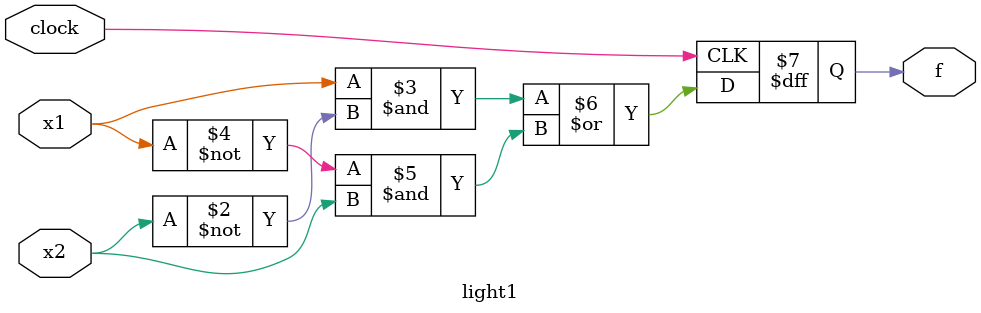
<source format=v>
module light1(x1,x2,clock,f);
	input x1,x2,clock;
	output reg f;
	always@ (posedge clock)
	begin 
		f = (x1 & ~x2)|(~x1 & x2);
		$display (x1,x2,f);
	end
endmodule

</source>
